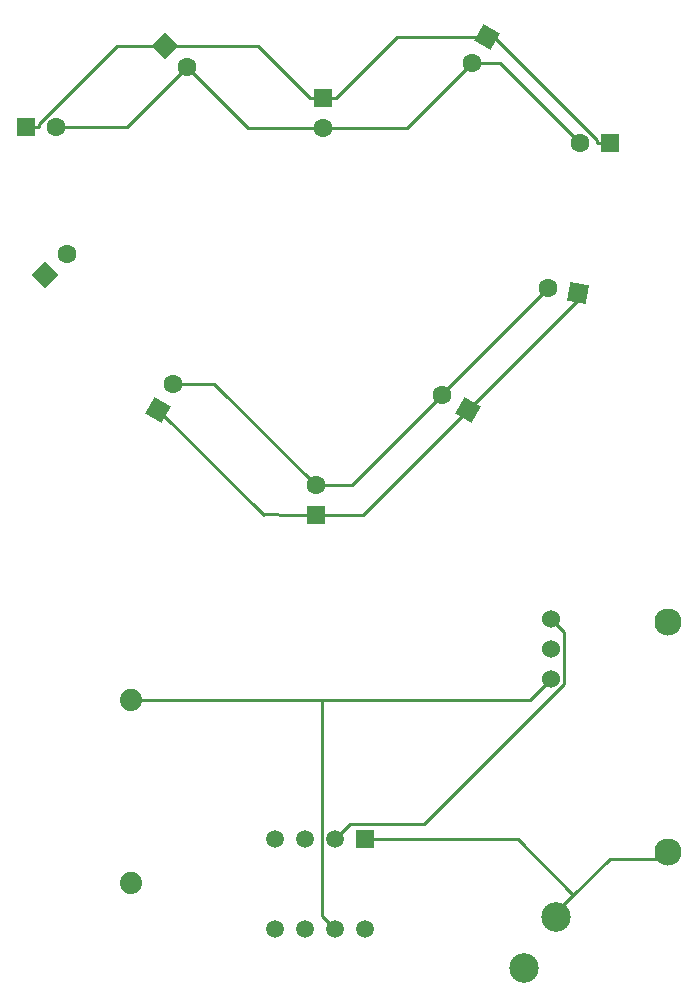
<source format=gbl>
G04 Layer: BottomLayer*
G04 EasyEDA v6.5.44, 2024-08-08 08:25:12*
G04 3ea92b5279af498992845473a6f1f495,b0d0efe6ac584fe99c24f131b36d675a,10*
G04 Gerber Generator version 0.2*
G04 Scale: 100 percent, Rotated: No, Reflected: No *
G04 Dimensions in millimeters *
G04 leading zeros omitted , absolute positions ,4 integer and 5 decimal *
%FSLAX45Y45*%
%MOMM*%

%AMMACRO1*21,1,$1,$2,0,0,$3*%
%ADD10C,0.2540*%
%ADD11R,1.5000X1.5000*%
%ADD12C,1.5000*%
%ADD13C,1.5240*%
%ADD14C,2.3000*%
%ADD15C,1.8796*%
%ADD16MACRO1,1.6X1.6X-45.0000*%
%ADD17C,1.6000*%
%ADD18R,1.6000X1.6000*%
%ADD19MACRO1,1.6X1.6X45.0000*%
%ADD20MACRO1,1.6X1.6X60.0001*%
%ADD21MACRO1,1.6X1.6X150.0001*%
%ADD22MACRO1,1.6X1.6X170.0002*%
%ADD23MACRO1,1.6X1.6X-119.9999*%
%ADD24C,2.5000*%

%LPD*%
D10*
X152400Y-889000D02*
G01*
X410715Y-901700D01*
X596900Y-901700D01*
X596900Y-901700D02*
G01*
X744976Y-901700D01*
X1003300Y-901700D01*
X-1854200Y2387600D02*
G01*
X-1746224Y2387600D01*
X-1746224Y2387600D02*
G01*
X-1746224Y2414600D01*
X-1086512Y3074311D01*
X-673994Y3074311D01*
X-736600Y-8384D02*
G01*
X156715Y-901700D01*
X998976Y-901700D02*
G01*
X1887976Y-12700D01*
X660400Y2628900D02*
G01*
X552419Y2628900D01*
X552419Y2628900D02*
G01*
X107007Y3074311D01*
X-673994Y3074311D01*
X714400Y2628900D02*
G01*
X660400Y2628900D01*
X714400Y2628900D02*
G01*
X768375Y2628900D01*
X2978124Y2274900D02*
G01*
X2107740Y3145284D01*
X2044700Y3145284D01*
X2044700Y3145284D02*
G01*
X1284752Y3145284D01*
X768375Y2628900D01*
X-1600200Y2387600D02*
G01*
X-1001501Y2387600D01*
X-494388Y2894713D01*
X-609600Y211584D02*
G01*
X-262384Y211584D01*
X596900Y-647700D01*
X1668015Y114300D02*
G01*
X1668015Y126032D01*
X2567322Y1025344D01*
X596900Y-647700D02*
G01*
X906015Y-647700D01*
X1668015Y114300D01*
X660400Y2374900D02*
G01*
X25425Y2374900D01*
X-494388Y2894713D01*
X1917700Y2925315D02*
G01*
X1367276Y2374900D01*
X660400Y2374900D01*
X1917700Y2925315D02*
G01*
X2154684Y2925315D01*
X2832100Y2247900D01*
X1887976Y-12700D02*
G01*
X2817464Y916787D01*
X2817464Y981255D01*
X2978124Y2247900D02*
G01*
X2978124Y2274900D01*
X3086100Y2247900D02*
G01*
X2978124Y2247900D01*
X2590797Y-1778000D02*
G01*
X2703243Y-1890445D01*
X2703243Y-2332151D01*
X1515615Y-3519779D01*
X887117Y-3519779D01*
X761997Y-3644900D01*
X1015997Y-3644900D02*
G01*
X2306520Y-3644900D01*
X2778859Y-4117238D01*
X650872Y-2463495D02*
G01*
X2413302Y-2463495D01*
X2590797Y-2286000D01*
X-965202Y-2463495D02*
G01*
X650872Y-2463495D01*
X650872Y-2463495D02*
G01*
X650872Y-4295775D01*
X761997Y-4406900D01*
X3581397Y-3756304D02*
G01*
X3581397Y-3810000D01*
X3086097Y-3810000D01*
X2778859Y-4117238D01*
X2778856Y-4117339D02*
G01*
X2590794Y-4305300D01*
X2628900Y-4330700D01*
D11*
G01*
X1016000Y-3644900D03*
D12*
G01*
X762000Y-3644900D03*
G01*
X508000Y-3644900D03*
G01*
X254000Y-3644900D03*
G01*
X1016000Y-4406900D03*
G01*
X762000Y-4406900D03*
G01*
X508000Y-4406900D03*
G01*
X254000Y-4406900D03*
D13*
G01*
X2590800Y-2032000D03*
G01*
X2590800Y-2286000D03*
G01*
X2590800Y-1778000D03*
D14*
G01*
X3581400Y-3756304D03*
G01*
X3581400Y-1806295D03*
D15*
G01*
X-965200Y-2463495D03*
G01*
X-965200Y-4013504D03*
D16*
G01*
X-674001Y3074301D03*
D17*
G01*
X-494385Y2894685D03*
D18*
G01*
X-1854200Y2387600D03*
D17*
G01*
X-1600200Y2387600D03*
D19*
G01*
X-1690001Y1129398D03*
D17*
G01*
X-1510385Y1308988D03*
D20*
G01*
X-736600Y-8385D03*
D17*
G01*
X-609600Y211581D03*
D18*
G01*
X596900Y-901700D03*
D17*
G01*
X596900Y-647700D03*
D18*
G01*
X660400Y2628900D03*
D17*
G01*
X660400Y2374900D03*
D21*
G01*
X1887985Y-12700D03*
D17*
G01*
X1668018Y114300D03*
D22*
G01*
X2817469Y981246D03*
D17*
G01*
X2567330Y1025347D03*
D18*
G01*
X3086100Y2247900D03*
D17*
G01*
X2832100Y2247900D03*
D23*
G01*
X2044700Y3145285D03*
D17*
G01*
X1917700Y2925318D03*
D24*
G01*
X2362200Y-4737100D03*
G01*
X2628900Y-4305300D03*
M02*

</source>
